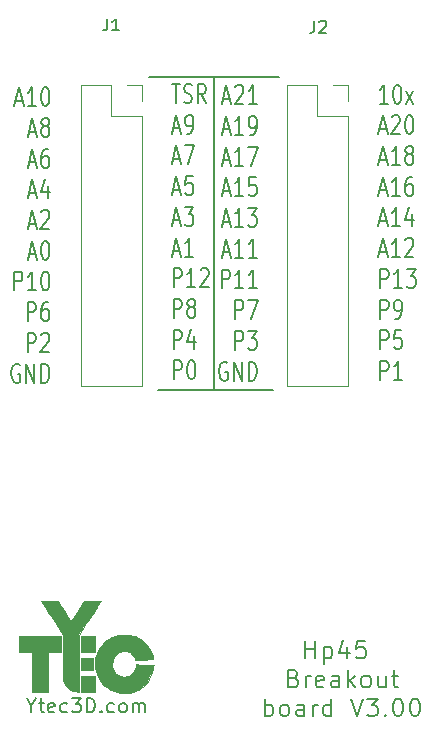
<source format=gto>
G04 #@! TF.FileFunction,Legend,Top*
%FSLAX46Y46*%
G04 Gerber Fmt 4.6, Leading zero omitted, Abs format (unit mm)*
G04 Created by KiCad (PCBNEW 4.0.6) date 03/31/18 20:42:20*
%MOMM*%
%LPD*%
G01*
G04 APERTURE LIST*
%ADD10C,0.100000*%
%ADD11C,0.200000*%
%ADD12C,0.120000*%
%ADD13C,0.010000*%
%ADD14C,0.150000*%
G04 APERTURE END LIST*
D10*
D11*
X94500000Y-31000000D02*
X105500000Y-31000000D01*
X100000000Y-57500000D02*
X100000000Y-31000000D01*
X95250000Y-57500000D02*
X105000000Y-57500000D01*
X83164286Y-33016667D02*
X83735715Y-33016667D01*
X83050001Y-33473810D02*
X83450001Y-31873810D01*
X83850001Y-33473810D01*
X84878572Y-33473810D02*
X84192857Y-33473810D01*
X84535715Y-33473810D02*
X84535715Y-31873810D01*
X84421429Y-32102381D01*
X84307143Y-32254762D01*
X84192857Y-32330952D01*
X85621429Y-31873810D02*
X85735714Y-31873810D01*
X85850000Y-31950000D01*
X85907143Y-32026190D01*
X85964286Y-32178571D01*
X86021429Y-32483333D01*
X86021429Y-32864286D01*
X85964286Y-33169048D01*
X85907143Y-33321429D01*
X85850000Y-33397619D01*
X85735714Y-33473810D01*
X85621429Y-33473810D01*
X85507143Y-33397619D01*
X85450000Y-33321429D01*
X85392857Y-33169048D01*
X85335714Y-32864286D01*
X85335714Y-32483333D01*
X85392857Y-32178571D01*
X85450000Y-32026190D01*
X85507143Y-31950000D01*
X85621429Y-31873810D01*
X84307143Y-35616667D02*
X84878572Y-35616667D01*
X84192858Y-36073810D02*
X84592858Y-34473810D01*
X84992858Y-36073810D01*
X85564286Y-35159524D02*
X85450000Y-35083333D01*
X85392857Y-35007143D01*
X85335714Y-34854762D01*
X85335714Y-34778571D01*
X85392857Y-34626190D01*
X85450000Y-34550000D01*
X85564286Y-34473810D01*
X85792857Y-34473810D01*
X85907143Y-34550000D01*
X85964286Y-34626190D01*
X86021429Y-34778571D01*
X86021429Y-34854762D01*
X85964286Y-35007143D01*
X85907143Y-35083333D01*
X85792857Y-35159524D01*
X85564286Y-35159524D01*
X85450000Y-35235714D01*
X85392857Y-35311905D01*
X85335714Y-35464286D01*
X85335714Y-35769048D01*
X85392857Y-35921429D01*
X85450000Y-35997619D01*
X85564286Y-36073810D01*
X85792857Y-36073810D01*
X85907143Y-35997619D01*
X85964286Y-35921429D01*
X86021429Y-35769048D01*
X86021429Y-35464286D01*
X85964286Y-35311905D01*
X85907143Y-35235714D01*
X85792857Y-35159524D01*
X84307143Y-38216667D02*
X84878572Y-38216667D01*
X84192858Y-38673810D02*
X84592858Y-37073810D01*
X84992858Y-38673810D01*
X85907143Y-37073810D02*
X85678572Y-37073810D01*
X85564286Y-37150000D01*
X85507143Y-37226190D01*
X85392857Y-37454762D01*
X85335714Y-37759524D01*
X85335714Y-38369048D01*
X85392857Y-38521429D01*
X85450000Y-38597619D01*
X85564286Y-38673810D01*
X85792857Y-38673810D01*
X85907143Y-38597619D01*
X85964286Y-38521429D01*
X86021429Y-38369048D01*
X86021429Y-37988095D01*
X85964286Y-37835714D01*
X85907143Y-37759524D01*
X85792857Y-37683333D01*
X85564286Y-37683333D01*
X85450000Y-37759524D01*
X85392857Y-37835714D01*
X85335714Y-37988095D01*
X84307143Y-40816667D02*
X84878572Y-40816667D01*
X84192858Y-41273810D02*
X84592858Y-39673810D01*
X84992858Y-41273810D01*
X85907143Y-40207143D02*
X85907143Y-41273810D01*
X85621429Y-39597619D02*
X85335714Y-40740476D01*
X86078572Y-40740476D01*
X84307143Y-43416667D02*
X84878572Y-43416667D01*
X84192858Y-43873810D02*
X84592858Y-42273810D01*
X84992858Y-43873810D01*
X85335714Y-42426190D02*
X85392857Y-42350000D01*
X85507143Y-42273810D01*
X85792857Y-42273810D01*
X85907143Y-42350000D01*
X85964286Y-42426190D01*
X86021429Y-42578571D01*
X86021429Y-42730952D01*
X85964286Y-42959524D01*
X85278572Y-43873810D01*
X86021429Y-43873810D01*
X84307143Y-46016667D02*
X84878572Y-46016667D01*
X84192858Y-46473810D02*
X84592858Y-44873810D01*
X84992858Y-46473810D01*
X85621429Y-44873810D02*
X85735714Y-44873810D01*
X85850000Y-44950000D01*
X85907143Y-45026190D01*
X85964286Y-45178571D01*
X86021429Y-45483333D01*
X86021429Y-45864286D01*
X85964286Y-46169048D01*
X85907143Y-46321429D01*
X85850000Y-46397619D01*
X85735714Y-46473810D01*
X85621429Y-46473810D01*
X85507143Y-46397619D01*
X85450000Y-46321429D01*
X85392857Y-46169048D01*
X85335714Y-45864286D01*
X85335714Y-45483333D01*
X85392857Y-45178571D01*
X85450000Y-45026190D01*
X85507143Y-44950000D01*
X85621429Y-44873810D01*
X83050000Y-49073810D02*
X83050000Y-47473810D01*
X83507143Y-47473810D01*
X83621429Y-47550000D01*
X83678572Y-47626190D01*
X83735715Y-47778571D01*
X83735715Y-48007143D01*
X83678572Y-48159524D01*
X83621429Y-48235714D01*
X83507143Y-48311905D01*
X83050000Y-48311905D01*
X84878572Y-49073810D02*
X84192857Y-49073810D01*
X84535715Y-49073810D02*
X84535715Y-47473810D01*
X84421429Y-47702381D01*
X84307143Y-47854762D01*
X84192857Y-47930952D01*
X85621429Y-47473810D02*
X85735714Y-47473810D01*
X85850000Y-47550000D01*
X85907143Y-47626190D01*
X85964286Y-47778571D01*
X86021429Y-48083333D01*
X86021429Y-48464286D01*
X85964286Y-48769048D01*
X85907143Y-48921429D01*
X85850000Y-48997619D01*
X85735714Y-49073810D01*
X85621429Y-49073810D01*
X85507143Y-48997619D01*
X85450000Y-48921429D01*
X85392857Y-48769048D01*
X85335714Y-48464286D01*
X85335714Y-48083333D01*
X85392857Y-47778571D01*
X85450000Y-47626190D01*
X85507143Y-47550000D01*
X85621429Y-47473810D01*
X84192857Y-51673810D02*
X84192857Y-50073810D01*
X84650000Y-50073810D01*
X84764286Y-50150000D01*
X84821429Y-50226190D01*
X84878572Y-50378571D01*
X84878572Y-50607143D01*
X84821429Y-50759524D01*
X84764286Y-50835714D01*
X84650000Y-50911905D01*
X84192857Y-50911905D01*
X85907143Y-50073810D02*
X85678572Y-50073810D01*
X85564286Y-50150000D01*
X85507143Y-50226190D01*
X85392857Y-50454762D01*
X85335714Y-50759524D01*
X85335714Y-51369048D01*
X85392857Y-51521429D01*
X85450000Y-51597619D01*
X85564286Y-51673810D01*
X85792857Y-51673810D01*
X85907143Y-51597619D01*
X85964286Y-51521429D01*
X86021429Y-51369048D01*
X86021429Y-50988095D01*
X85964286Y-50835714D01*
X85907143Y-50759524D01*
X85792857Y-50683333D01*
X85564286Y-50683333D01*
X85450000Y-50759524D01*
X85392857Y-50835714D01*
X85335714Y-50988095D01*
X84192857Y-54273810D02*
X84192857Y-52673810D01*
X84650000Y-52673810D01*
X84764286Y-52750000D01*
X84821429Y-52826190D01*
X84878572Y-52978571D01*
X84878572Y-53207143D01*
X84821429Y-53359524D01*
X84764286Y-53435714D01*
X84650000Y-53511905D01*
X84192857Y-53511905D01*
X85335714Y-52826190D02*
X85392857Y-52750000D01*
X85507143Y-52673810D01*
X85792857Y-52673810D01*
X85907143Y-52750000D01*
X85964286Y-52826190D01*
X86021429Y-52978571D01*
X86021429Y-53130952D01*
X85964286Y-53359524D01*
X85278572Y-54273810D01*
X86021429Y-54273810D01*
X83507143Y-55350000D02*
X83392857Y-55273810D01*
X83221428Y-55273810D01*
X83050000Y-55350000D01*
X82935714Y-55502381D01*
X82878571Y-55654762D01*
X82821428Y-55959524D01*
X82821428Y-56188095D01*
X82878571Y-56492857D01*
X82935714Y-56645238D01*
X83050000Y-56797619D01*
X83221428Y-56873810D01*
X83335714Y-56873810D01*
X83507143Y-56797619D01*
X83564286Y-56721429D01*
X83564286Y-56188095D01*
X83335714Y-56188095D01*
X84078571Y-56873810D02*
X84078571Y-55273810D01*
X84764286Y-56873810D01*
X84764286Y-55273810D01*
X85335714Y-56873810D02*
X85335714Y-55273810D01*
X85621429Y-55273810D01*
X85792857Y-55350000D01*
X85907143Y-55502381D01*
X85964286Y-55654762D01*
X86021429Y-55959524D01*
X86021429Y-56188095D01*
X85964286Y-56492857D01*
X85907143Y-56645238D01*
X85792857Y-56797619D01*
X85621429Y-56873810D01*
X85335714Y-56873810D01*
X96389286Y-31598810D02*
X97075000Y-31598810D01*
X96732143Y-33198810D02*
X96732143Y-31598810D01*
X97417857Y-33122619D02*
X97589286Y-33198810D01*
X97875000Y-33198810D01*
X97989286Y-33122619D01*
X98046429Y-33046429D01*
X98103572Y-32894048D01*
X98103572Y-32741667D01*
X98046429Y-32589286D01*
X97989286Y-32513095D01*
X97875000Y-32436905D01*
X97646429Y-32360714D01*
X97532143Y-32284524D01*
X97475000Y-32208333D01*
X97417857Y-32055952D01*
X97417857Y-31903571D01*
X97475000Y-31751190D01*
X97532143Y-31675000D01*
X97646429Y-31598810D01*
X97932143Y-31598810D01*
X98103572Y-31675000D01*
X99303572Y-33198810D02*
X98903572Y-32436905D01*
X98617857Y-33198810D02*
X98617857Y-31598810D01*
X99075000Y-31598810D01*
X99189286Y-31675000D01*
X99246429Y-31751190D01*
X99303572Y-31903571D01*
X99303572Y-32132143D01*
X99246429Y-32284524D01*
X99189286Y-32360714D01*
X99075000Y-32436905D01*
X98617857Y-32436905D01*
X96503571Y-35341667D02*
X97075000Y-35341667D01*
X96389286Y-35798810D02*
X96789286Y-34198810D01*
X97189286Y-35798810D01*
X97646428Y-35798810D02*
X97875000Y-35798810D01*
X97989285Y-35722619D01*
X98046428Y-35646429D01*
X98160714Y-35417857D01*
X98217857Y-35113095D01*
X98217857Y-34503571D01*
X98160714Y-34351190D01*
X98103571Y-34275000D01*
X97989285Y-34198810D01*
X97760714Y-34198810D01*
X97646428Y-34275000D01*
X97589285Y-34351190D01*
X97532142Y-34503571D01*
X97532142Y-34884524D01*
X97589285Y-35036905D01*
X97646428Y-35113095D01*
X97760714Y-35189286D01*
X97989285Y-35189286D01*
X98103571Y-35113095D01*
X98160714Y-35036905D01*
X98217857Y-34884524D01*
X96503571Y-37941667D02*
X97075000Y-37941667D01*
X96389286Y-38398810D02*
X96789286Y-36798810D01*
X97189286Y-38398810D01*
X97475000Y-36798810D02*
X98275000Y-36798810D01*
X97760714Y-38398810D01*
X96503571Y-40541667D02*
X97075000Y-40541667D01*
X96389286Y-40998810D02*
X96789286Y-39398810D01*
X97189286Y-40998810D01*
X98160714Y-39398810D02*
X97589285Y-39398810D01*
X97532142Y-40160714D01*
X97589285Y-40084524D01*
X97703571Y-40008333D01*
X97989285Y-40008333D01*
X98103571Y-40084524D01*
X98160714Y-40160714D01*
X98217857Y-40313095D01*
X98217857Y-40694048D01*
X98160714Y-40846429D01*
X98103571Y-40922619D01*
X97989285Y-40998810D01*
X97703571Y-40998810D01*
X97589285Y-40922619D01*
X97532142Y-40846429D01*
X96503571Y-43141667D02*
X97075000Y-43141667D01*
X96389286Y-43598810D02*
X96789286Y-41998810D01*
X97189286Y-43598810D01*
X97475000Y-41998810D02*
X98217857Y-41998810D01*
X97817857Y-42608333D01*
X97989285Y-42608333D01*
X98103571Y-42684524D01*
X98160714Y-42760714D01*
X98217857Y-42913095D01*
X98217857Y-43294048D01*
X98160714Y-43446429D01*
X98103571Y-43522619D01*
X97989285Y-43598810D01*
X97646428Y-43598810D01*
X97532142Y-43522619D01*
X97475000Y-43446429D01*
X96503571Y-45741667D02*
X97075000Y-45741667D01*
X96389286Y-46198810D02*
X96789286Y-44598810D01*
X97189286Y-46198810D01*
X98217857Y-46198810D02*
X97532142Y-46198810D01*
X97875000Y-46198810D02*
X97875000Y-44598810D01*
X97760714Y-44827381D01*
X97646428Y-44979762D01*
X97532142Y-45055952D01*
X96560714Y-48798810D02*
X96560714Y-47198810D01*
X97017857Y-47198810D01*
X97132143Y-47275000D01*
X97189286Y-47351190D01*
X97246429Y-47503571D01*
X97246429Y-47732143D01*
X97189286Y-47884524D01*
X97132143Y-47960714D01*
X97017857Y-48036905D01*
X96560714Y-48036905D01*
X98389286Y-48798810D02*
X97703571Y-48798810D01*
X98046429Y-48798810D02*
X98046429Y-47198810D01*
X97932143Y-47427381D01*
X97817857Y-47579762D01*
X97703571Y-47655952D01*
X98846428Y-47351190D02*
X98903571Y-47275000D01*
X99017857Y-47198810D01*
X99303571Y-47198810D01*
X99417857Y-47275000D01*
X99475000Y-47351190D01*
X99532143Y-47503571D01*
X99532143Y-47655952D01*
X99475000Y-47884524D01*
X98789286Y-48798810D01*
X99532143Y-48798810D01*
X96560714Y-51398810D02*
X96560714Y-49798810D01*
X97017857Y-49798810D01*
X97132143Y-49875000D01*
X97189286Y-49951190D01*
X97246429Y-50103571D01*
X97246429Y-50332143D01*
X97189286Y-50484524D01*
X97132143Y-50560714D01*
X97017857Y-50636905D01*
X96560714Y-50636905D01*
X97932143Y-50484524D02*
X97817857Y-50408333D01*
X97760714Y-50332143D01*
X97703571Y-50179762D01*
X97703571Y-50103571D01*
X97760714Y-49951190D01*
X97817857Y-49875000D01*
X97932143Y-49798810D01*
X98160714Y-49798810D01*
X98275000Y-49875000D01*
X98332143Y-49951190D01*
X98389286Y-50103571D01*
X98389286Y-50179762D01*
X98332143Y-50332143D01*
X98275000Y-50408333D01*
X98160714Y-50484524D01*
X97932143Y-50484524D01*
X97817857Y-50560714D01*
X97760714Y-50636905D01*
X97703571Y-50789286D01*
X97703571Y-51094048D01*
X97760714Y-51246429D01*
X97817857Y-51322619D01*
X97932143Y-51398810D01*
X98160714Y-51398810D01*
X98275000Y-51322619D01*
X98332143Y-51246429D01*
X98389286Y-51094048D01*
X98389286Y-50789286D01*
X98332143Y-50636905D01*
X98275000Y-50560714D01*
X98160714Y-50484524D01*
X96560714Y-53998810D02*
X96560714Y-52398810D01*
X97017857Y-52398810D01*
X97132143Y-52475000D01*
X97189286Y-52551190D01*
X97246429Y-52703571D01*
X97246429Y-52932143D01*
X97189286Y-53084524D01*
X97132143Y-53160714D01*
X97017857Y-53236905D01*
X96560714Y-53236905D01*
X98275000Y-52932143D02*
X98275000Y-53998810D01*
X97989286Y-52322619D02*
X97703571Y-53465476D01*
X98446429Y-53465476D01*
X96560714Y-56598810D02*
X96560714Y-54998810D01*
X97017857Y-54998810D01*
X97132143Y-55075000D01*
X97189286Y-55151190D01*
X97246429Y-55303571D01*
X97246429Y-55532143D01*
X97189286Y-55684524D01*
X97132143Y-55760714D01*
X97017857Y-55836905D01*
X96560714Y-55836905D01*
X97989286Y-54998810D02*
X98103571Y-54998810D01*
X98217857Y-55075000D01*
X98275000Y-55151190D01*
X98332143Y-55303571D01*
X98389286Y-55608333D01*
X98389286Y-55989286D01*
X98332143Y-56294048D01*
X98275000Y-56446429D01*
X98217857Y-56522619D01*
X98103571Y-56598810D01*
X97989286Y-56598810D01*
X97875000Y-56522619D01*
X97817857Y-56446429D01*
X97760714Y-56294048D01*
X97703571Y-55989286D01*
X97703571Y-55608333D01*
X97760714Y-55303571D01*
X97817857Y-55151190D01*
X97875000Y-55075000D01*
X97989286Y-54998810D01*
X100739286Y-32841667D02*
X101310715Y-32841667D01*
X100625001Y-33298810D02*
X101025001Y-31698810D01*
X101425001Y-33298810D01*
X101767857Y-31851190D02*
X101825000Y-31775000D01*
X101939286Y-31698810D01*
X102225000Y-31698810D01*
X102339286Y-31775000D01*
X102396429Y-31851190D01*
X102453572Y-32003571D01*
X102453572Y-32155952D01*
X102396429Y-32384524D01*
X101710715Y-33298810D01*
X102453572Y-33298810D01*
X103596429Y-33298810D02*
X102910714Y-33298810D01*
X103253572Y-33298810D02*
X103253572Y-31698810D01*
X103139286Y-31927381D01*
X103025000Y-32079762D01*
X102910714Y-32155952D01*
X100739286Y-35441667D02*
X101310715Y-35441667D01*
X100625001Y-35898810D02*
X101025001Y-34298810D01*
X101425001Y-35898810D01*
X102453572Y-35898810D02*
X101767857Y-35898810D01*
X102110715Y-35898810D02*
X102110715Y-34298810D01*
X101996429Y-34527381D01*
X101882143Y-34679762D01*
X101767857Y-34755952D01*
X103025000Y-35898810D02*
X103253572Y-35898810D01*
X103367857Y-35822619D01*
X103425000Y-35746429D01*
X103539286Y-35517857D01*
X103596429Y-35213095D01*
X103596429Y-34603571D01*
X103539286Y-34451190D01*
X103482143Y-34375000D01*
X103367857Y-34298810D01*
X103139286Y-34298810D01*
X103025000Y-34375000D01*
X102967857Y-34451190D01*
X102910714Y-34603571D01*
X102910714Y-34984524D01*
X102967857Y-35136905D01*
X103025000Y-35213095D01*
X103139286Y-35289286D01*
X103367857Y-35289286D01*
X103482143Y-35213095D01*
X103539286Y-35136905D01*
X103596429Y-34984524D01*
X100739286Y-38041667D02*
X101310715Y-38041667D01*
X100625001Y-38498810D02*
X101025001Y-36898810D01*
X101425001Y-38498810D01*
X102453572Y-38498810D02*
X101767857Y-38498810D01*
X102110715Y-38498810D02*
X102110715Y-36898810D01*
X101996429Y-37127381D01*
X101882143Y-37279762D01*
X101767857Y-37355952D01*
X102853572Y-36898810D02*
X103653572Y-36898810D01*
X103139286Y-38498810D01*
X100739286Y-40641667D02*
X101310715Y-40641667D01*
X100625001Y-41098810D02*
X101025001Y-39498810D01*
X101425001Y-41098810D01*
X102453572Y-41098810D02*
X101767857Y-41098810D01*
X102110715Y-41098810D02*
X102110715Y-39498810D01*
X101996429Y-39727381D01*
X101882143Y-39879762D01*
X101767857Y-39955952D01*
X103539286Y-39498810D02*
X102967857Y-39498810D01*
X102910714Y-40260714D01*
X102967857Y-40184524D01*
X103082143Y-40108333D01*
X103367857Y-40108333D01*
X103482143Y-40184524D01*
X103539286Y-40260714D01*
X103596429Y-40413095D01*
X103596429Y-40794048D01*
X103539286Y-40946429D01*
X103482143Y-41022619D01*
X103367857Y-41098810D01*
X103082143Y-41098810D01*
X102967857Y-41022619D01*
X102910714Y-40946429D01*
X100739286Y-43241667D02*
X101310715Y-43241667D01*
X100625001Y-43698810D02*
X101025001Y-42098810D01*
X101425001Y-43698810D01*
X102453572Y-43698810D02*
X101767857Y-43698810D01*
X102110715Y-43698810D02*
X102110715Y-42098810D01*
X101996429Y-42327381D01*
X101882143Y-42479762D01*
X101767857Y-42555952D01*
X102853572Y-42098810D02*
X103596429Y-42098810D01*
X103196429Y-42708333D01*
X103367857Y-42708333D01*
X103482143Y-42784524D01*
X103539286Y-42860714D01*
X103596429Y-43013095D01*
X103596429Y-43394048D01*
X103539286Y-43546429D01*
X103482143Y-43622619D01*
X103367857Y-43698810D01*
X103025000Y-43698810D01*
X102910714Y-43622619D01*
X102853572Y-43546429D01*
X100739286Y-45841667D02*
X101310715Y-45841667D01*
X100625001Y-46298810D02*
X101025001Y-44698810D01*
X101425001Y-46298810D01*
X102453572Y-46298810D02*
X101767857Y-46298810D01*
X102110715Y-46298810D02*
X102110715Y-44698810D01*
X101996429Y-44927381D01*
X101882143Y-45079762D01*
X101767857Y-45155952D01*
X103596429Y-46298810D02*
X102910714Y-46298810D01*
X103253572Y-46298810D02*
X103253572Y-44698810D01*
X103139286Y-44927381D01*
X103025000Y-45079762D01*
X102910714Y-45155952D01*
X100625000Y-48898810D02*
X100625000Y-47298810D01*
X101082143Y-47298810D01*
X101196429Y-47375000D01*
X101253572Y-47451190D01*
X101310715Y-47603571D01*
X101310715Y-47832143D01*
X101253572Y-47984524D01*
X101196429Y-48060714D01*
X101082143Y-48136905D01*
X100625000Y-48136905D01*
X102453572Y-48898810D02*
X101767857Y-48898810D01*
X102110715Y-48898810D02*
X102110715Y-47298810D01*
X101996429Y-47527381D01*
X101882143Y-47679762D01*
X101767857Y-47755952D01*
X103596429Y-48898810D02*
X102910714Y-48898810D01*
X103253572Y-48898810D02*
X103253572Y-47298810D01*
X103139286Y-47527381D01*
X103025000Y-47679762D01*
X102910714Y-47755952D01*
X101767857Y-51498810D02*
X101767857Y-49898810D01*
X102225000Y-49898810D01*
X102339286Y-49975000D01*
X102396429Y-50051190D01*
X102453572Y-50203571D01*
X102453572Y-50432143D01*
X102396429Y-50584524D01*
X102339286Y-50660714D01*
X102225000Y-50736905D01*
X101767857Y-50736905D01*
X102853572Y-49898810D02*
X103653572Y-49898810D01*
X103139286Y-51498810D01*
X101767857Y-54098810D02*
X101767857Y-52498810D01*
X102225000Y-52498810D01*
X102339286Y-52575000D01*
X102396429Y-52651190D01*
X102453572Y-52803571D01*
X102453572Y-53032143D01*
X102396429Y-53184524D01*
X102339286Y-53260714D01*
X102225000Y-53336905D01*
X101767857Y-53336905D01*
X102853572Y-52498810D02*
X103596429Y-52498810D01*
X103196429Y-53108333D01*
X103367857Y-53108333D01*
X103482143Y-53184524D01*
X103539286Y-53260714D01*
X103596429Y-53413095D01*
X103596429Y-53794048D01*
X103539286Y-53946429D01*
X103482143Y-54022619D01*
X103367857Y-54098810D01*
X103025000Y-54098810D01*
X102910714Y-54022619D01*
X102853572Y-53946429D01*
X101082143Y-55175000D02*
X100967857Y-55098810D01*
X100796428Y-55098810D01*
X100625000Y-55175000D01*
X100510714Y-55327381D01*
X100453571Y-55479762D01*
X100396428Y-55784524D01*
X100396428Y-56013095D01*
X100453571Y-56317857D01*
X100510714Y-56470238D01*
X100625000Y-56622619D01*
X100796428Y-56698810D01*
X100910714Y-56698810D01*
X101082143Y-56622619D01*
X101139286Y-56546429D01*
X101139286Y-56013095D01*
X100910714Y-56013095D01*
X101653571Y-56698810D02*
X101653571Y-55098810D01*
X102339286Y-56698810D01*
X102339286Y-55098810D01*
X102910714Y-56698810D02*
X102910714Y-55098810D01*
X103196429Y-55098810D01*
X103367857Y-55175000D01*
X103482143Y-55327381D01*
X103539286Y-55479762D01*
X103596429Y-55784524D01*
X103596429Y-56013095D01*
X103539286Y-56317857D01*
X103482143Y-56470238D01*
X103367857Y-56622619D01*
X103196429Y-56698810D01*
X102910714Y-56698810D01*
X114689286Y-33248810D02*
X114003571Y-33248810D01*
X114346429Y-33248810D02*
X114346429Y-31648810D01*
X114232143Y-31877381D01*
X114117857Y-32029762D01*
X114003571Y-32105952D01*
X115432143Y-31648810D02*
X115546428Y-31648810D01*
X115660714Y-31725000D01*
X115717857Y-31801190D01*
X115775000Y-31953571D01*
X115832143Y-32258333D01*
X115832143Y-32639286D01*
X115775000Y-32944048D01*
X115717857Y-33096429D01*
X115660714Y-33172619D01*
X115546428Y-33248810D01*
X115432143Y-33248810D01*
X115317857Y-33172619D01*
X115260714Y-33096429D01*
X115203571Y-32944048D01*
X115146428Y-32639286D01*
X115146428Y-32258333D01*
X115203571Y-31953571D01*
X115260714Y-31801190D01*
X115317857Y-31725000D01*
X115432143Y-31648810D01*
X116232143Y-33248810D02*
X116860714Y-32182143D01*
X116232143Y-32182143D02*
X116860714Y-33248810D01*
X114003571Y-35391667D02*
X114575000Y-35391667D01*
X113889286Y-35848810D02*
X114289286Y-34248810D01*
X114689286Y-35848810D01*
X115032142Y-34401190D02*
X115089285Y-34325000D01*
X115203571Y-34248810D01*
X115489285Y-34248810D01*
X115603571Y-34325000D01*
X115660714Y-34401190D01*
X115717857Y-34553571D01*
X115717857Y-34705952D01*
X115660714Y-34934524D01*
X114975000Y-35848810D01*
X115717857Y-35848810D01*
X116460714Y-34248810D02*
X116574999Y-34248810D01*
X116689285Y-34325000D01*
X116746428Y-34401190D01*
X116803571Y-34553571D01*
X116860714Y-34858333D01*
X116860714Y-35239286D01*
X116803571Y-35544048D01*
X116746428Y-35696429D01*
X116689285Y-35772619D01*
X116574999Y-35848810D01*
X116460714Y-35848810D01*
X116346428Y-35772619D01*
X116289285Y-35696429D01*
X116232142Y-35544048D01*
X116174999Y-35239286D01*
X116174999Y-34858333D01*
X116232142Y-34553571D01*
X116289285Y-34401190D01*
X116346428Y-34325000D01*
X116460714Y-34248810D01*
X114003571Y-37991667D02*
X114575000Y-37991667D01*
X113889286Y-38448810D02*
X114289286Y-36848810D01*
X114689286Y-38448810D01*
X115717857Y-38448810D02*
X115032142Y-38448810D01*
X115375000Y-38448810D02*
X115375000Y-36848810D01*
X115260714Y-37077381D01*
X115146428Y-37229762D01*
X115032142Y-37305952D01*
X116403571Y-37534524D02*
X116289285Y-37458333D01*
X116232142Y-37382143D01*
X116174999Y-37229762D01*
X116174999Y-37153571D01*
X116232142Y-37001190D01*
X116289285Y-36925000D01*
X116403571Y-36848810D01*
X116632142Y-36848810D01*
X116746428Y-36925000D01*
X116803571Y-37001190D01*
X116860714Y-37153571D01*
X116860714Y-37229762D01*
X116803571Y-37382143D01*
X116746428Y-37458333D01*
X116632142Y-37534524D01*
X116403571Y-37534524D01*
X116289285Y-37610714D01*
X116232142Y-37686905D01*
X116174999Y-37839286D01*
X116174999Y-38144048D01*
X116232142Y-38296429D01*
X116289285Y-38372619D01*
X116403571Y-38448810D01*
X116632142Y-38448810D01*
X116746428Y-38372619D01*
X116803571Y-38296429D01*
X116860714Y-38144048D01*
X116860714Y-37839286D01*
X116803571Y-37686905D01*
X116746428Y-37610714D01*
X116632142Y-37534524D01*
X114003571Y-40591667D02*
X114575000Y-40591667D01*
X113889286Y-41048810D02*
X114289286Y-39448810D01*
X114689286Y-41048810D01*
X115717857Y-41048810D02*
X115032142Y-41048810D01*
X115375000Y-41048810D02*
X115375000Y-39448810D01*
X115260714Y-39677381D01*
X115146428Y-39829762D01*
X115032142Y-39905952D01*
X116746428Y-39448810D02*
X116517857Y-39448810D01*
X116403571Y-39525000D01*
X116346428Y-39601190D01*
X116232142Y-39829762D01*
X116174999Y-40134524D01*
X116174999Y-40744048D01*
X116232142Y-40896429D01*
X116289285Y-40972619D01*
X116403571Y-41048810D01*
X116632142Y-41048810D01*
X116746428Y-40972619D01*
X116803571Y-40896429D01*
X116860714Y-40744048D01*
X116860714Y-40363095D01*
X116803571Y-40210714D01*
X116746428Y-40134524D01*
X116632142Y-40058333D01*
X116403571Y-40058333D01*
X116289285Y-40134524D01*
X116232142Y-40210714D01*
X116174999Y-40363095D01*
X114003571Y-43191667D02*
X114575000Y-43191667D01*
X113889286Y-43648810D02*
X114289286Y-42048810D01*
X114689286Y-43648810D01*
X115717857Y-43648810D02*
X115032142Y-43648810D01*
X115375000Y-43648810D02*
X115375000Y-42048810D01*
X115260714Y-42277381D01*
X115146428Y-42429762D01*
X115032142Y-42505952D01*
X116746428Y-42582143D02*
X116746428Y-43648810D01*
X116460714Y-41972619D02*
X116174999Y-43115476D01*
X116917857Y-43115476D01*
X114003571Y-45791667D02*
X114575000Y-45791667D01*
X113889286Y-46248810D02*
X114289286Y-44648810D01*
X114689286Y-46248810D01*
X115717857Y-46248810D02*
X115032142Y-46248810D01*
X115375000Y-46248810D02*
X115375000Y-44648810D01*
X115260714Y-44877381D01*
X115146428Y-45029762D01*
X115032142Y-45105952D01*
X116174999Y-44801190D02*
X116232142Y-44725000D01*
X116346428Y-44648810D01*
X116632142Y-44648810D01*
X116746428Y-44725000D01*
X116803571Y-44801190D01*
X116860714Y-44953571D01*
X116860714Y-45105952D01*
X116803571Y-45334524D01*
X116117857Y-46248810D01*
X116860714Y-46248810D01*
X114060714Y-48848810D02*
X114060714Y-47248810D01*
X114517857Y-47248810D01*
X114632143Y-47325000D01*
X114689286Y-47401190D01*
X114746429Y-47553571D01*
X114746429Y-47782143D01*
X114689286Y-47934524D01*
X114632143Y-48010714D01*
X114517857Y-48086905D01*
X114060714Y-48086905D01*
X115889286Y-48848810D02*
X115203571Y-48848810D01*
X115546429Y-48848810D02*
X115546429Y-47248810D01*
X115432143Y-47477381D01*
X115317857Y-47629762D01*
X115203571Y-47705952D01*
X116289286Y-47248810D02*
X117032143Y-47248810D01*
X116632143Y-47858333D01*
X116803571Y-47858333D01*
X116917857Y-47934524D01*
X116975000Y-48010714D01*
X117032143Y-48163095D01*
X117032143Y-48544048D01*
X116975000Y-48696429D01*
X116917857Y-48772619D01*
X116803571Y-48848810D01*
X116460714Y-48848810D01*
X116346428Y-48772619D01*
X116289286Y-48696429D01*
X114060714Y-51448810D02*
X114060714Y-49848810D01*
X114517857Y-49848810D01*
X114632143Y-49925000D01*
X114689286Y-50001190D01*
X114746429Y-50153571D01*
X114746429Y-50382143D01*
X114689286Y-50534524D01*
X114632143Y-50610714D01*
X114517857Y-50686905D01*
X114060714Y-50686905D01*
X115317857Y-51448810D02*
X115546429Y-51448810D01*
X115660714Y-51372619D01*
X115717857Y-51296429D01*
X115832143Y-51067857D01*
X115889286Y-50763095D01*
X115889286Y-50153571D01*
X115832143Y-50001190D01*
X115775000Y-49925000D01*
X115660714Y-49848810D01*
X115432143Y-49848810D01*
X115317857Y-49925000D01*
X115260714Y-50001190D01*
X115203571Y-50153571D01*
X115203571Y-50534524D01*
X115260714Y-50686905D01*
X115317857Y-50763095D01*
X115432143Y-50839286D01*
X115660714Y-50839286D01*
X115775000Y-50763095D01*
X115832143Y-50686905D01*
X115889286Y-50534524D01*
X114060714Y-54048810D02*
X114060714Y-52448810D01*
X114517857Y-52448810D01*
X114632143Y-52525000D01*
X114689286Y-52601190D01*
X114746429Y-52753571D01*
X114746429Y-52982143D01*
X114689286Y-53134524D01*
X114632143Y-53210714D01*
X114517857Y-53286905D01*
X114060714Y-53286905D01*
X115832143Y-52448810D02*
X115260714Y-52448810D01*
X115203571Y-53210714D01*
X115260714Y-53134524D01*
X115375000Y-53058333D01*
X115660714Y-53058333D01*
X115775000Y-53134524D01*
X115832143Y-53210714D01*
X115889286Y-53363095D01*
X115889286Y-53744048D01*
X115832143Y-53896429D01*
X115775000Y-53972619D01*
X115660714Y-54048810D01*
X115375000Y-54048810D01*
X115260714Y-53972619D01*
X115203571Y-53896429D01*
X114060714Y-56648810D02*
X114060714Y-55048810D01*
X114517857Y-55048810D01*
X114632143Y-55125000D01*
X114689286Y-55201190D01*
X114746429Y-55353571D01*
X114746429Y-55582143D01*
X114689286Y-55734524D01*
X114632143Y-55810714D01*
X114517857Y-55886905D01*
X114060714Y-55886905D01*
X115889286Y-56648810D02*
X115203571Y-56648810D01*
X115546429Y-56648810D02*
X115546429Y-55048810D01*
X115432143Y-55277381D01*
X115317857Y-55429762D01*
X115203571Y-55505952D01*
X107692858Y-80228571D02*
X107692858Y-78728571D01*
X107692858Y-79442857D02*
X108550001Y-79442857D01*
X108550001Y-80228571D02*
X108550001Y-78728571D01*
X109264287Y-79228571D02*
X109264287Y-80728571D01*
X109264287Y-79300000D02*
X109407144Y-79228571D01*
X109692858Y-79228571D01*
X109835715Y-79300000D01*
X109907144Y-79371429D01*
X109978573Y-79514286D01*
X109978573Y-79942857D01*
X109907144Y-80085714D01*
X109835715Y-80157143D01*
X109692858Y-80228571D01*
X109407144Y-80228571D01*
X109264287Y-80157143D01*
X111264287Y-79228571D02*
X111264287Y-80228571D01*
X110907144Y-78657143D02*
X110550001Y-79728571D01*
X111478573Y-79728571D01*
X112764287Y-78728571D02*
X112050001Y-78728571D01*
X111978572Y-79442857D01*
X112050001Y-79371429D01*
X112192858Y-79300000D01*
X112550001Y-79300000D01*
X112692858Y-79371429D01*
X112764287Y-79442857D01*
X112835715Y-79585714D01*
X112835715Y-79942857D01*
X112764287Y-80085714D01*
X112692858Y-80157143D01*
X112550001Y-80228571D01*
X112192858Y-80228571D01*
X112050001Y-80157143D01*
X111978572Y-80085714D01*
X106728572Y-81892857D02*
X106942858Y-81964286D01*
X107014286Y-82035714D01*
X107085715Y-82178571D01*
X107085715Y-82392857D01*
X107014286Y-82535714D01*
X106942858Y-82607143D01*
X106800000Y-82678571D01*
X106228572Y-82678571D01*
X106228572Y-81178571D01*
X106728572Y-81178571D01*
X106871429Y-81250000D01*
X106942858Y-81321429D01*
X107014286Y-81464286D01*
X107014286Y-81607143D01*
X106942858Y-81750000D01*
X106871429Y-81821429D01*
X106728572Y-81892857D01*
X106228572Y-81892857D01*
X107728572Y-82678571D02*
X107728572Y-81678571D01*
X107728572Y-81964286D02*
X107800000Y-81821429D01*
X107871429Y-81750000D01*
X108014286Y-81678571D01*
X108157143Y-81678571D01*
X109228571Y-82607143D02*
X109085714Y-82678571D01*
X108800000Y-82678571D01*
X108657143Y-82607143D01*
X108585714Y-82464286D01*
X108585714Y-81892857D01*
X108657143Y-81750000D01*
X108800000Y-81678571D01*
X109085714Y-81678571D01*
X109228571Y-81750000D01*
X109300000Y-81892857D01*
X109300000Y-82035714D01*
X108585714Y-82178571D01*
X110585714Y-82678571D02*
X110585714Y-81892857D01*
X110514285Y-81750000D01*
X110371428Y-81678571D01*
X110085714Y-81678571D01*
X109942857Y-81750000D01*
X110585714Y-82607143D02*
X110442857Y-82678571D01*
X110085714Y-82678571D01*
X109942857Y-82607143D01*
X109871428Y-82464286D01*
X109871428Y-82321429D01*
X109942857Y-82178571D01*
X110085714Y-82107143D01*
X110442857Y-82107143D01*
X110585714Y-82035714D01*
X111300000Y-82678571D02*
X111300000Y-81178571D01*
X111442857Y-82107143D02*
X111871428Y-82678571D01*
X111871428Y-81678571D02*
X111300000Y-82250000D01*
X112728572Y-82678571D02*
X112585714Y-82607143D01*
X112514286Y-82535714D01*
X112442857Y-82392857D01*
X112442857Y-81964286D01*
X112514286Y-81821429D01*
X112585714Y-81750000D01*
X112728572Y-81678571D01*
X112942857Y-81678571D01*
X113085714Y-81750000D01*
X113157143Y-81821429D01*
X113228572Y-81964286D01*
X113228572Y-82392857D01*
X113157143Y-82535714D01*
X113085714Y-82607143D01*
X112942857Y-82678571D01*
X112728572Y-82678571D01*
X114514286Y-81678571D02*
X114514286Y-82678571D01*
X113871429Y-81678571D02*
X113871429Y-82464286D01*
X113942857Y-82607143D01*
X114085715Y-82678571D01*
X114300000Y-82678571D01*
X114442857Y-82607143D01*
X114514286Y-82535714D01*
X115014286Y-81678571D02*
X115585715Y-81678571D01*
X115228572Y-81178571D02*
X115228572Y-82464286D01*
X115300000Y-82607143D01*
X115442858Y-82678571D01*
X115585715Y-82678571D01*
X104264287Y-85128571D02*
X104264287Y-83628571D01*
X104264287Y-84200000D02*
X104407144Y-84128571D01*
X104692858Y-84128571D01*
X104835715Y-84200000D01*
X104907144Y-84271429D01*
X104978573Y-84414286D01*
X104978573Y-84842857D01*
X104907144Y-84985714D01*
X104835715Y-85057143D01*
X104692858Y-85128571D01*
X104407144Y-85128571D01*
X104264287Y-85057143D01*
X105835716Y-85128571D02*
X105692858Y-85057143D01*
X105621430Y-84985714D01*
X105550001Y-84842857D01*
X105550001Y-84414286D01*
X105621430Y-84271429D01*
X105692858Y-84200000D01*
X105835716Y-84128571D01*
X106050001Y-84128571D01*
X106192858Y-84200000D01*
X106264287Y-84271429D01*
X106335716Y-84414286D01*
X106335716Y-84842857D01*
X106264287Y-84985714D01*
X106192858Y-85057143D01*
X106050001Y-85128571D01*
X105835716Y-85128571D01*
X107621430Y-85128571D02*
X107621430Y-84342857D01*
X107550001Y-84200000D01*
X107407144Y-84128571D01*
X107121430Y-84128571D01*
X106978573Y-84200000D01*
X107621430Y-85057143D02*
X107478573Y-85128571D01*
X107121430Y-85128571D01*
X106978573Y-85057143D01*
X106907144Y-84914286D01*
X106907144Y-84771429D01*
X106978573Y-84628571D01*
X107121430Y-84557143D01*
X107478573Y-84557143D01*
X107621430Y-84485714D01*
X108335716Y-85128571D02*
X108335716Y-84128571D01*
X108335716Y-84414286D02*
X108407144Y-84271429D01*
X108478573Y-84200000D01*
X108621430Y-84128571D01*
X108764287Y-84128571D01*
X109907144Y-85128571D02*
X109907144Y-83628571D01*
X109907144Y-85057143D02*
X109764287Y-85128571D01*
X109478573Y-85128571D01*
X109335715Y-85057143D01*
X109264287Y-84985714D01*
X109192858Y-84842857D01*
X109192858Y-84414286D01*
X109264287Y-84271429D01*
X109335715Y-84200000D01*
X109478573Y-84128571D01*
X109764287Y-84128571D01*
X109907144Y-84200000D01*
X111550001Y-83628571D02*
X112050001Y-85128571D01*
X112550001Y-83628571D01*
X112907144Y-83628571D02*
X113835715Y-83628571D01*
X113335715Y-84200000D01*
X113550001Y-84200000D01*
X113692858Y-84271429D01*
X113764287Y-84342857D01*
X113835715Y-84485714D01*
X113835715Y-84842857D01*
X113764287Y-84985714D01*
X113692858Y-85057143D01*
X113550001Y-85128571D01*
X113121429Y-85128571D01*
X112978572Y-85057143D01*
X112907144Y-84985714D01*
X114478572Y-84985714D02*
X114550000Y-85057143D01*
X114478572Y-85128571D01*
X114407143Y-85057143D01*
X114478572Y-84985714D01*
X114478572Y-85128571D01*
X115478572Y-83628571D02*
X115621429Y-83628571D01*
X115764286Y-83700000D01*
X115835715Y-83771429D01*
X115907144Y-83914286D01*
X115978572Y-84200000D01*
X115978572Y-84557143D01*
X115907144Y-84842857D01*
X115835715Y-84985714D01*
X115764286Y-85057143D01*
X115621429Y-85128571D01*
X115478572Y-85128571D01*
X115335715Y-85057143D01*
X115264286Y-84985714D01*
X115192858Y-84842857D01*
X115121429Y-84557143D01*
X115121429Y-84200000D01*
X115192858Y-83914286D01*
X115264286Y-83771429D01*
X115335715Y-83700000D01*
X115478572Y-83628571D01*
X116907143Y-83628571D02*
X117050000Y-83628571D01*
X117192857Y-83700000D01*
X117264286Y-83771429D01*
X117335715Y-83914286D01*
X117407143Y-84200000D01*
X117407143Y-84557143D01*
X117335715Y-84842857D01*
X117264286Y-84985714D01*
X117192857Y-85057143D01*
X117050000Y-85128571D01*
X116907143Y-85128571D01*
X116764286Y-85057143D01*
X116692857Y-84985714D01*
X116621429Y-84842857D01*
X116550000Y-84557143D01*
X116550000Y-84200000D01*
X116621429Y-83914286D01*
X116692857Y-83771429D01*
X116764286Y-83700000D01*
X116907143Y-83628571D01*
X84514287Y-84221429D02*
X84514287Y-84792857D01*
X84114287Y-83592857D02*
X84514287Y-84221429D01*
X84914287Y-83592857D01*
X85142858Y-83992857D02*
X85600001Y-83992857D01*
X85314286Y-83592857D02*
X85314286Y-84621429D01*
X85371429Y-84735714D01*
X85485715Y-84792857D01*
X85600001Y-84792857D01*
X86457143Y-84735714D02*
X86342857Y-84792857D01*
X86114286Y-84792857D01*
X86000000Y-84735714D01*
X85942857Y-84621429D01*
X85942857Y-84164286D01*
X86000000Y-84050000D01*
X86114286Y-83992857D01*
X86342857Y-83992857D01*
X86457143Y-84050000D01*
X86514286Y-84164286D01*
X86514286Y-84278571D01*
X85942857Y-84392857D01*
X87542857Y-84735714D02*
X87428571Y-84792857D01*
X87200000Y-84792857D01*
X87085714Y-84735714D01*
X87028571Y-84678571D01*
X86971428Y-84564286D01*
X86971428Y-84221429D01*
X87028571Y-84107143D01*
X87085714Y-84050000D01*
X87200000Y-83992857D01*
X87428571Y-83992857D01*
X87542857Y-84050000D01*
X87942857Y-83592857D02*
X88685714Y-83592857D01*
X88285714Y-84050000D01*
X88457142Y-84050000D01*
X88571428Y-84107143D01*
X88628571Y-84164286D01*
X88685714Y-84278571D01*
X88685714Y-84564286D01*
X88628571Y-84678571D01*
X88571428Y-84735714D01*
X88457142Y-84792857D01*
X88114285Y-84792857D01*
X87999999Y-84735714D01*
X87942857Y-84678571D01*
X89199999Y-84792857D02*
X89199999Y-83592857D01*
X89485714Y-83592857D01*
X89657142Y-83650000D01*
X89771428Y-83764286D01*
X89828571Y-83878571D01*
X89885714Y-84107143D01*
X89885714Y-84278571D01*
X89828571Y-84507143D01*
X89771428Y-84621429D01*
X89657142Y-84735714D01*
X89485714Y-84792857D01*
X89199999Y-84792857D01*
X90399999Y-84678571D02*
X90457142Y-84735714D01*
X90399999Y-84792857D01*
X90342856Y-84735714D01*
X90399999Y-84678571D01*
X90399999Y-84792857D01*
X91485714Y-84735714D02*
X91371428Y-84792857D01*
X91142857Y-84792857D01*
X91028571Y-84735714D01*
X90971428Y-84678571D01*
X90914285Y-84564286D01*
X90914285Y-84221429D01*
X90971428Y-84107143D01*
X91028571Y-84050000D01*
X91142857Y-83992857D01*
X91371428Y-83992857D01*
X91485714Y-84050000D01*
X92171428Y-84792857D02*
X92057142Y-84735714D01*
X91999999Y-84678571D01*
X91942856Y-84564286D01*
X91942856Y-84221429D01*
X91999999Y-84107143D01*
X92057142Y-84050000D01*
X92171428Y-83992857D01*
X92342856Y-83992857D01*
X92457142Y-84050000D01*
X92514285Y-84107143D01*
X92571428Y-84221429D01*
X92571428Y-84564286D01*
X92514285Y-84678571D01*
X92457142Y-84735714D01*
X92342856Y-84792857D01*
X92171428Y-84792857D01*
X93085713Y-84792857D02*
X93085713Y-83992857D01*
X93085713Y-84107143D02*
X93142856Y-84050000D01*
X93257142Y-83992857D01*
X93428570Y-83992857D01*
X93542856Y-84050000D01*
X93599999Y-84164286D01*
X93599999Y-84792857D01*
X93599999Y-84164286D02*
X93657142Y-84050000D01*
X93771428Y-83992857D01*
X93942856Y-83992857D01*
X94057142Y-84050000D01*
X94114285Y-84164286D01*
X94114285Y-84792857D01*
D12*
X93870000Y-34270000D02*
X93870000Y-57190000D01*
X93870000Y-57190000D02*
X88670000Y-57190000D01*
X88670000Y-57190000D02*
X88670000Y-31670000D01*
X88670000Y-31670000D02*
X91270000Y-31670000D01*
X91270000Y-31670000D02*
X91270000Y-34270000D01*
X91270000Y-34270000D02*
X93870000Y-34270000D01*
X93870000Y-33000000D02*
X93870000Y-31670000D01*
X93870000Y-31670000D02*
X92600000Y-31670000D01*
X111330000Y-34270000D02*
X111330000Y-57190000D01*
X111330000Y-57190000D02*
X106130000Y-57190000D01*
X106130000Y-57190000D02*
X106130000Y-31670000D01*
X106130000Y-31670000D02*
X108730000Y-31670000D01*
X108730000Y-31670000D02*
X108730000Y-34270000D01*
X108730000Y-34270000D02*
X111330000Y-34270000D01*
X111330000Y-33000000D02*
X111330000Y-31670000D01*
X111330000Y-31670000D02*
X110060000Y-31670000D01*
D13*
G36*
X92610760Y-78216965D02*
X92868622Y-78247665D01*
X93108424Y-78298493D01*
X93332939Y-78370536D01*
X93544939Y-78464881D01*
X93747196Y-78582616D01*
X93942483Y-78724828D01*
X93976558Y-78752652D01*
X94155716Y-78918703D01*
X94316048Y-79104088D01*
X94457935Y-79309440D01*
X94581754Y-79535389D01*
X94687884Y-79782569D01*
X94776704Y-80051613D01*
X94795551Y-80119746D01*
X94812028Y-80183178D01*
X94824836Y-80235776D01*
X94832709Y-80272094D01*
X94834381Y-80286688D01*
X94834366Y-80286703D01*
X94819789Y-80288411D01*
X94779790Y-80291720D01*
X94717114Y-80296435D01*
X94634502Y-80302364D01*
X94534700Y-80309312D01*
X94420449Y-80317087D01*
X94294494Y-80325494D01*
X94159579Y-80334341D01*
X94152389Y-80334808D01*
X94014127Y-80343855D01*
X93882249Y-80352615D01*
X93759886Y-80360871D01*
X93650166Y-80368405D01*
X93556221Y-80375001D01*
X93481179Y-80380441D01*
X93428169Y-80384508D01*
X93400922Y-80386920D01*
X93356480Y-80390342D01*
X93332200Y-80387030D01*
X93320487Y-80375371D01*
X93318055Y-80369328D01*
X93248454Y-80195747D01*
X93165049Y-80043177D01*
X93068841Y-79912905D01*
X92960829Y-79806222D01*
X92842013Y-79724416D01*
X92801591Y-79703568D01*
X92710259Y-79663396D01*
X92628647Y-79636165D01*
X92546897Y-79619772D01*
X92455152Y-79612111D01*
X92367334Y-79610860D01*
X92196067Y-79623691D01*
X92039263Y-79660579D01*
X91895757Y-79722080D01*
X91764383Y-79808751D01*
X91643977Y-79921148D01*
X91592508Y-79980954D01*
X91502874Y-80113750D01*
X91434112Y-80261671D01*
X91386513Y-80420533D01*
X91360363Y-80586154D01*
X91355954Y-80754349D01*
X91373574Y-80920935D01*
X91413512Y-81081729D01*
X91476056Y-81232547D01*
X91502667Y-81281056D01*
X91555976Y-81358390D01*
X91625709Y-81440259D01*
X91704089Y-81518720D01*
X91783337Y-81585833D01*
X91838302Y-81623725D01*
X91975034Y-81690808D01*
X92123538Y-81735696D01*
X92279180Y-81758537D01*
X92437323Y-81759483D01*
X92593334Y-81738683D01*
X92742575Y-81696286D01*
X92880413Y-81632443D01*
X92950331Y-81587780D01*
X93062058Y-81492930D01*
X93156059Y-81379881D01*
X93233205Y-81247112D01*
X93294367Y-81093104D01*
X93340414Y-80916336D01*
X93343544Y-80900797D01*
X93374986Y-80741437D01*
X93777799Y-80750723D01*
X93905443Y-80753726D01*
X94045381Y-80757122D01*
X94188817Y-80760691D01*
X94326956Y-80764212D01*
X94451002Y-80767465D01*
X94515564Y-80769211D01*
X94850517Y-80778415D01*
X94842307Y-80836180D01*
X94824478Y-80944603D01*
X94800254Y-81067701D01*
X94771736Y-81196328D01*
X94741023Y-81321337D01*
X94710216Y-81433582D01*
X94690639Y-81496872D01*
X94593016Y-81754622D01*
X94476540Y-81992234D01*
X94341544Y-82209304D01*
X94188362Y-82405430D01*
X94017326Y-82580206D01*
X93828770Y-82733230D01*
X93623026Y-82864097D01*
X93517389Y-82919351D01*
X93306032Y-83009149D01*
X93081187Y-83078070D01*
X92839808Y-83126967D01*
X92713056Y-83144048D01*
X92624013Y-83151276D01*
X92515824Y-83155496D01*
X92396781Y-83156787D01*
X92275178Y-83155226D01*
X92159309Y-83150890D01*
X92057466Y-83143857D01*
X91999139Y-83137393D01*
X91745862Y-83091561D01*
X91510184Y-83024958D01*
X91289391Y-82936238D01*
X91080774Y-82824052D01*
X90881620Y-82687056D01*
X90689218Y-82523900D01*
X90609551Y-82447031D01*
X90449509Y-82274762D01*
X90314365Y-82101606D01*
X90201071Y-81922744D01*
X90106578Y-81733355D01*
X90027838Y-81528617D01*
X90026818Y-81525576D01*
X89963205Y-81294344D01*
X89921813Y-81050626D01*
X89902628Y-80799318D01*
X89905635Y-80545313D01*
X89930820Y-80293506D01*
X89978168Y-80048791D01*
X90031838Y-79861879D01*
X90122678Y-79633503D01*
X90239963Y-79413461D01*
X90382792Y-79203122D01*
X90550261Y-79003856D01*
X90690701Y-78863230D01*
X90890893Y-78695474D01*
X91105272Y-78551773D01*
X91332615Y-78432537D01*
X91571698Y-78338181D01*
X91821295Y-78269115D01*
X92080184Y-78225751D01*
X92347139Y-78208503D01*
X92610760Y-78216965D01*
X92610760Y-78216965D01*
G37*
X92610760Y-78216965D02*
X92868622Y-78247665D01*
X93108424Y-78298493D01*
X93332939Y-78370536D01*
X93544939Y-78464881D01*
X93747196Y-78582616D01*
X93942483Y-78724828D01*
X93976558Y-78752652D01*
X94155716Y-78918703D01*
X94316048Y-79104088D01*
X94457935Y-79309440D01*
X94581754Y-79535389D01*
X94687884Y-79782569D01*
X94776704Y-80051613D01*
X94795551Y-80119746D01*
X94812028Y-80183178D01*
X94824836Y-80235776D01*
X94832709Y-80272094D01*
X94834381Y-80286688D01*
X94834366Y-80286703D01*
X94819789Y-80288411D01*
X94779790Y-80291720D01*
X94717114Y-80296435D01*
X94634502Y-80302364D01*
X94534700Y-80309312D01*
X94420449Y-80317087D01*
X94294494Y-80325494D01*
X94159579Y-80334341D01*
X94152389Y-80334808D01*
X94014127Y-80343855D01*
X93882249Y-80352615D01*
X93759886Y-80360871D01*
X93650166Y-80368405D01*
X93556221Y-80375001D01*
X93481179Y-80380441D01*
X93428169Y-80384508D01*
X93400922Y-80386920D01*
X93356480Y-80390342D01*
X93332200Y-80387030D01*
X93320487Y-80375371D01*
X93318055Y-80369328D01*
X93248454Y-80195747D01*
X93165049Y-80043177D01*
X93068841Y-79912905D01*
X92960829Y-79806222D01*
X92842013Y-79724416D01*
X92801591Y-79703568D01*
X92710259Y-79663396D01*
X92628647Y-79636165D01*
X92546897Y-79619772D01*
X92455152Y-79612111D01*
X92367334Y-79610860D01*
X92196067Y-79623691D01*
X92039263Y-79660579D01*
X91895757Y-79722080D01*
X91764383Y-79808751D01*
X91643977Y-79921148D01*
X91592508Y-79980954D01*
X91502874Y-80113750D01*
X91434112Y-80261671D01*
X91386513Y-80420533D01*
X91360363Y-80586154D01*
X91355954Y-80754349D01*
X91373574Y-80920935D01*
X91413512Y-81081729D01*
X91476056Y-81232547D01*
X91502667Y-81281056D01*
X91555976Y-81358390D01*
X91625709Y-81440259D01*
X91704089Y-81518720D01*
X91783337Y-81585833D01*
X91838302Y-81623725D01*
X91975034Y-81690808D01*
X92123538Y-81735696D01*
X92279180Y-81758537D01*
X92437323Y-81759483D01*
X92593334Y-81738683D01*
X92742575Y-81696286D01*
X92880413Y-81632443D01*
X92950331Y-81587780D01*
X93062058Y-81492930D01*
X93156059Y-81379881D01*
X93233205Y-81247112D01*
X93294367Y-81093104D01*
X93340414Y-80916336D01*
X93343544Y-80900797D01*
X93374986Y-80741437D01*
X93777799Y-80750723D01*
X93905443Y-80753726D01*
X94045381Y-80757122D01*
X94188817Y-80760691D01*
X94326956Y-80764212D01*
X94451002Y-80767465D01*
X94515564Y-80769211D01*
X94850517Y-80778415D01*
X94842307Y-80836180D01*
X94824478Y-80944603D01*
X94800254Y-81067701D01*
X94771736Y-81196328D01*
X94741023Y-81321337D01*
X94710216Y-81433582D01*
X94690639Y-81496872D01*
X94593016Y-81754622D01*
X94476540Y-81992234D01*
X94341544Y-82209304D01*
X94188362Y-82405430D01*
X94017326Y-82580206D01*
X93828770Y-82733230D01*
X93623026Y-82864097D01*
X93517389Y-82919351D01*
X93306032Y-83009149D01*
X93081187Y-83078070D01*
X92839808Y-83126967D01*
X92713056Y-83144048D01*
X92624013Y-83151276D01*
X92515824Y-83155496D01*
X92396781Y-83156787D01*
X92275178Y-83155226D01*
X92159309Y-83150890D01*
X92057466Y-83143857D01*
X91999139Y-83137393D01*
X91745862Y-83091561D01*
X91510184Y-83024958D01*
X91289391Y-82936238D01*
X91080774Y-82824052D01*
X90881620Y-82687056D01*
X90689218Y-82523900D01*
X90609551Y-82447031D01*
X90449509Y-82274762D01*
X90314365Y-82101606D01*
X90201071Y-81922744D01*
X90106578Y-81733355D01*
X90027838Y-81528617D01*
X90026818Y-81525576D01*
X89963205Y-81294344D01*
X89921813Y-81050626D01*
X89902628Y-80799318D01*
X89905635Y-80545313D01*
X89930820Y-80293506D01*
X89978168Y-80048791D01*
X90031838Y-79861879D01*
X90122678Y-79633503D01*
X90239963Y-79413461D01*
X90382792Y-79203122D01*
X90550261Y-79003856D01*
X90690701Y-78863230D01*
X90890893Y-78695474D01*
X91105272Y-78551773D01*
X91332615Y-78432537D01*
X91571698Y-78338181D01*
X91821295Y-78269115D01*
X92080184Y-78225751D01*
X92347139Y-78208503D01*
X92610760Y-78216965D01*
G36*
X87005112Y-79715667D02*
X85932667Y-79715667D01*
X85932667Y-83060000D01*
X84521556Y-83060000D01*
X84521556Y-79715667D01*
X83449112Y-79715667D01*
X83449112Y-78346889D01*
X87005112Y-78346889D01*
X87005112Y-79715667D01*
X87005112Y-79715667D01*
G37*
X87005112Y-79715667D02*
X85932667Y-79715667D01*
X85932667Y-83060000D01*
X84521556Y-83060000D01*
X84521556Y-79715667D01*
X83449112Y-79715667D01*
X83449112Y-78346889D01*
X87005112Y-78346889D01*
X87005112Y-79715667D01*
G36*
X89819586Y-75341430D02*
X89947670Y-75342027D01*
X90064093Y-75342972D01*
X90166165Y-75344223D01*
X90251196Y-75345739D01*
X90316493Y-75347481D01*
X90359368Y-75349406D01*
X90377128Y-75351475D01*
X90377460Y-75351806D01*
X90370032Y-75365643D01*
X90348944Y-75400557D01*
X90315850Y-75453916D01*
X90272404Y-75523091D01*
X90220259Y-75605451D01*
X90161069Y-75698366D01*
X90096488Y-75799205D01*
X90082486Y-75821000D01*
X90026072Y-75908874D01*
X89956468Y-76017464D01*
X89875646Y-76143682D01*
X89785582Y-76284443D01*
X89688248Y-76436658D01*
X89585617Y-76597241D01*
X89479663Y-76763105D01*
X89372360Y-76931163D01*
X89265681Y-77098329D01*
X89172526Y-77244377D01*
X88557334Y-78209143D01*
X88557334Y-80634572D01*
X88557297Y-80951992D01*
X88557183Y-81242250D01*
X88556983Y-81506403D01*
X88556689Y-81745510D01*
X88556294Y-81960632D01*
X88555790Y-82152825D01*
X88555170Y-82323150D01*
X88554425Y-82472665D01*
X88553549Y-82602430D01*
X88552533Y-82713502D01*
X88551369Y-82806942D01*
X88550050Y-82883807D01*
X88548569Y-82945158D01*
X88546916Y-82992052D01*
X88545086Y-83025548D01*
X88543070Y-83046707D01*
X88540860Y-83056585D01*
X88539695Y-83057628D01*
X88514968Y-83054886D01*
X88475858Y-83051071D01*
X88465612Y-83050128D01*
X88378555Y-83038833D01*
X88276916Y-83020366D01*
X88172637Y-82997195D01*
X88077657Y-82971794D01*
X88058167Y-82965827D01*
X87874156Y-82894741D01*
X87710417Y-82804072D01*
X87567158Y-82694080D01*
X87444584Y-82565027D01*
X87342901Y-82417172D01*
X87262315Y-82250778D01*
X87203031Y-82066104D01*
X87165256Y-81863412D01*
X87161225Y-81829362D01*
X87158669Y-81790956D01*
X87156336Y-81724740D01*
X87154231Y-81631127D01*
X87152357Y-81510527D01*
X87150718Y-81363352D01*
X87149315Y-81190014D01*
X87148154Y-80990925D01*
X87147237Y-80766497D01*
X87146567Y-80517140D01*
X87146149Y-80243267D01*
X87145985Y-79952584D01*
X87145748Y-78212834D01*
X86469742Y-77154500D01*
X86309830Y-76904115D01*
X86164535Y-76676541D01*
X86033249Y-76470823D01*
X85915369Y-76286007D01*
X85810288Y-76121137D01*
X85717401Y-75975260D01*
X85636104Y-75847419D01*
X85565790Y-75736661D01*
X85505855Y-75642030D01*
X85455693Y-75562572D01*
X85414699Y-75497332D01*
X85382267Y-75445355D01*
X85357793Y-75405686D01*
X85340670Y-75377371D01*
X85330294Y-75359455D01*
X85326059Y-75350982D01*
X85325889Y-75350228D01*
X85339558Y-75348482D01*
X85378798Y-75346858D01*
X85440955Y-75345387D01*
X85523379Y-75344101D01*
X85623417Y-75343034D01*
X85738418Y-75342218D01*
X85865730Y-75341685D01*
X86002700Y-75341467D01*
X86042028Y-75341467D01*
X86758167Y-75341711D01*
X86971844Y-75683661D01*
X87114450Y-75911764D01*
X87242663Y-76116597D01*
X87356942Y-76298886D01*
X87457747Y-76459359D01*
X87545540Y-76598742D01*
X87620782Y-76717762D01*
X87683932Y-76817145D01*
X87735452Y-76897617D01*
X87775802Y-76959906D01*
X87805444Y-77004738D01*
X87824836Y-77032839D01*
X87834441Y-77044936D01*
X87835299Y-77045526D01*
X87844977Y-77034767D01*
X87868993Y-77002322D01*
X87906089Y-76950027D01*
X87955008Y-76879715D01*
X88014493Y-76793224D01*
X88083287Y-76692388D01*
X88160131Y-76579043D01*
X88243769Y-76455025D01*
X88332943Y-76322168D01*
X88417622Y-76195466D01*
X88987395Y-75341223D01*
X89682531Y-75341223D01*
X89819586Y-75341430D01*
X89819586Y-75341430D01*
G37*
X89819586Y-75341430D02*
X89947670Y-75342027D01*
X90064093Y-75342972D01*
X90166165Y-75344223D01*
X90251196Y-75345739D01*
X90316493Y-75347481D01*
X90359368Y-75349406D01*
X90377128Y-75351475D01*
X90377460Y-75351806D01*
X90370032Y-75365643D01*
X90348944Y-75400557D01*
X90315850Y-75453916D01*
X90272404Y-75523091D01*
X90220259Y-75605451D01*
X90161069Y-75698366D01*
X90096488Y-75799205D01*
X90082486Y-75821000D01*
X90026072Y-75908874D01*
X89956468Y-76017464D01*
X89875646Y-76143682D01*
X89785582Y-76284443D01*
X89688248Y-76436658D01*
X89585617Y-76597241D01*
X89479663Y-76763105D01*
X89372360Y-76931163D01*
X89265681Y-77098329D01*
X89172526Y-77244377D01*
X88557334Y-78209143D01*
X88557334Y-80634572D01*
X88557297Y-80951992D01*
X88557183Y-81242250D01*
X88556983Y-81506403D01*
X88556689Y-81745510D01*
X88556294Y-81960632D01*
X88555790Y-82152825D01*
X88555170Y-82323150D01*
X88554425Y-82472665D01*
X88553549Y-82602430D01*
X88552533Y-82713502D01*
X88551369Y-82806942D01*
X88550050Y-82883807D01*
X88548569Y-82945158D01*
X88546916Y-82992052D01*
X88545086Y-83025548D01*
X88543070Y-83046707D01*
X88540860Y-83056585D01*
X88539695Y-83057628D01*
X88514968Y-83054886D01*
X88475858Y-83051071D01*
X88465612Y-83050128D01*
X88378555Y-83038833D01*
X88276916Y-83020366D01*
X88172637Y-82997195D01*
X88077657Y-82971794D01*
X88058167Y-82965827D01*
X87874156Y-82894741D01*
X87710417Y-82804072D01*
X87567158Y-82694080D01*
X87444584Y-82565027D01*
X87342901Y-82417172D01*
X87262315Y-82250778D01*
X87203031Y-82066104D01*
X87165256Y-81863412D01*
X87161225Y-81829362D01*
X87158669Y-81790956D01*
X87156336Y-81724740D01*
X87154231Y-81631127D01*
X87152357Y-81510527D01*
X87150718Y-81363352D01*
X87149315Y-81190014D01*
X87148154Y-80990925D01*
X87147237Y-80766497D01*
X87146567Y-80517140D01*
X87146149Y-80243267D01*
X87145985Y-79952584D01*
X87145748Y-78212834D01*
X86469742Y-77154500D01*
X86309830Y-76904115D01*
X86164535Y-76676541D01*
X86033249Y-76470823D01*
X85915369Y-76286007D01*
X85810288Y-76121137D01*
X85717401Y-75975260D01*
X85636104Y-75847419D01*
X85565790Y-75736661D01*
X85505855Y-75642030D01*
X85455693Y-75562572D01*
X85414699Y-75497332D01*
X85382267Y-75445355D01*
X85357793Y-75405686D01*
X85340670Y-75377371D01*
X85330294Y-75359455D01*
X85326059Y-75350982D01*
X85325889Y-75350228D01*
X85339558Y-75348482D01*
X85378798Y-75346858D01*
X85440955Y-75345387D01*
X85523379Y-75344101D01*
X85623417Y-75343034D01*
X85738418Y-75342218D01*
X85865730Y-75341685D01*
X86002700Y-75341467D01*
X86042028Y-75341467D01*
X86758167Y-75341711D01*
X86971844Y-75683661D01*
X87114450Y-75911764D01*
X87242663Y-76116597D01*
X87356942Y-76298886D01*
X87457747Y-76459359D01*
X87545540Y-76598742D01*
X87620782Y-76717762D01*
X87683932Y-76817145D01*
X87735452Y-76897617D01*
X87775802Y-76959906D01*
X87805444Y-77004738D01*
X87824836Y-77032839D01*
X87834441Y-77044936D01*
X87835299Y-77045526D01*
X87844977Y-77034767D01*
X87868993Y-77002322D01*
X87906089Y-76950027D01*
X87955008Y-76879715D01*
X88014493Y-76793224D01*
X88083287Y-76692388D01*
X88160131Y-76579043D01*
X88243769Y-76455025D01*
X88332943Y-76322168D01*
X88417622Y-76195466D01*
X88987395Y-75341223D01*
X89682531Y-75341223D01*
X89819586Y-75341430D01*
G36*
X89855556Y-83060000D02*
X88698445Y-83060000D01*
X88698445Y-81691223D01*
X89855556Y-81691223D01*
X89855556Y-83060000D01*
X89855556Y-83060000D01*
G37*
X89855556Y-83060000D02*
X88698445Y-83060000D01*
X88698445Y-81691223D01*
X89855556Y-81691223D01*
X89855556Y-83060000D01*
G36*
X89756778Y-81225556D02*
X88698445Y-81225556D01*
X88698445Y-80167223D01*
X89756778Y-80167223D01*
X89756778Y-81225556D01*
X89756778Y-81225556D01*
G37*
X89756778Y-81225556D02*
X88698445Y-81225556D01*
X88698445Y-80167223D01*
X89756778Y-80167223D01*
X89756778Y-81225556D01*
G36*
X89855556Y-79715667D02*
X88698445Y-79715667D01*
X88698445Y-78346889D01*
X89855556Y-78346889D01*
X89855556Y-79715667D01*
X89855556Y-79715667D01*
G37*
X89855556Y-79715667D02*
X88698445Y-79715667D01*
X88698445Y-78346889D01*
X89855556Y-78346889D01*
X89855556Y-79715667D01*
D14*
X90936667Y-26052381D02*
X90936667Y-26766667D01*
X90889047Y-26909524D01*
X90793809Y-27004762D01*
X90650952Y-27052381D01*
X90555714Y-27052381D01*
X91936667Y-27052381D02*
X91365238Y-27052381D01*
X91650952Y-27052381D02*
X91650952Y-26052381D01*
X91555714Y-26195238D01*
X91460476Y-26290476D01*
X91365238Y-26338095D01*
X108466667Y-26252381D02*
X108466667Y-26966667D01*
X108419047Y-27109524D01*
X108323809Y-27204762D01*
X108180952Y-27252381D01*
X108085714Y-27252381D01*
X108895238Y-26347619D02*
X108942857Y-26300000D01*
X109038095Y-26252381D01*
X109276191Y-26252381D01*
X109371429Y-26300000D01*
X109419048Y-26347619D01*
X109466667Y-26442857D01*
X109466667Y-26538095D01*
X109419048Y-26680952D01*
X108847619Y-27252381D01*
X109466667Y-27252381D01*
M02*

</source>
